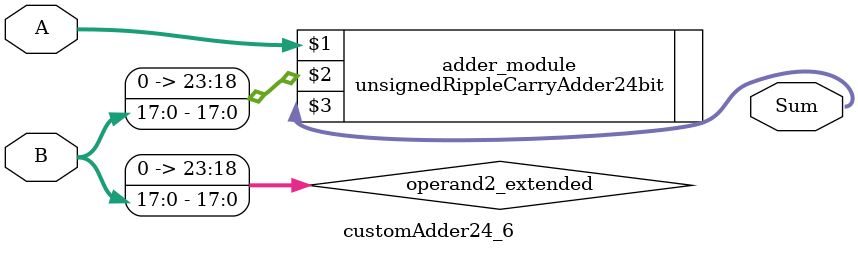
<source format=v>

module customAdder24_6(
                    input [23 : 0] A,
                    input [17 : 0] B,
                    
                    output [24 : 0] Sum
            );

    wire [23 : 0] operand2_extended;
    
    assign operand2_extended =  {6'b0, B};
    
    unsignedRippleCarryAdder24bit adder_module(
        A,
        operand2_extended,
        Sum
    );
    
endmodule
        
</source>
